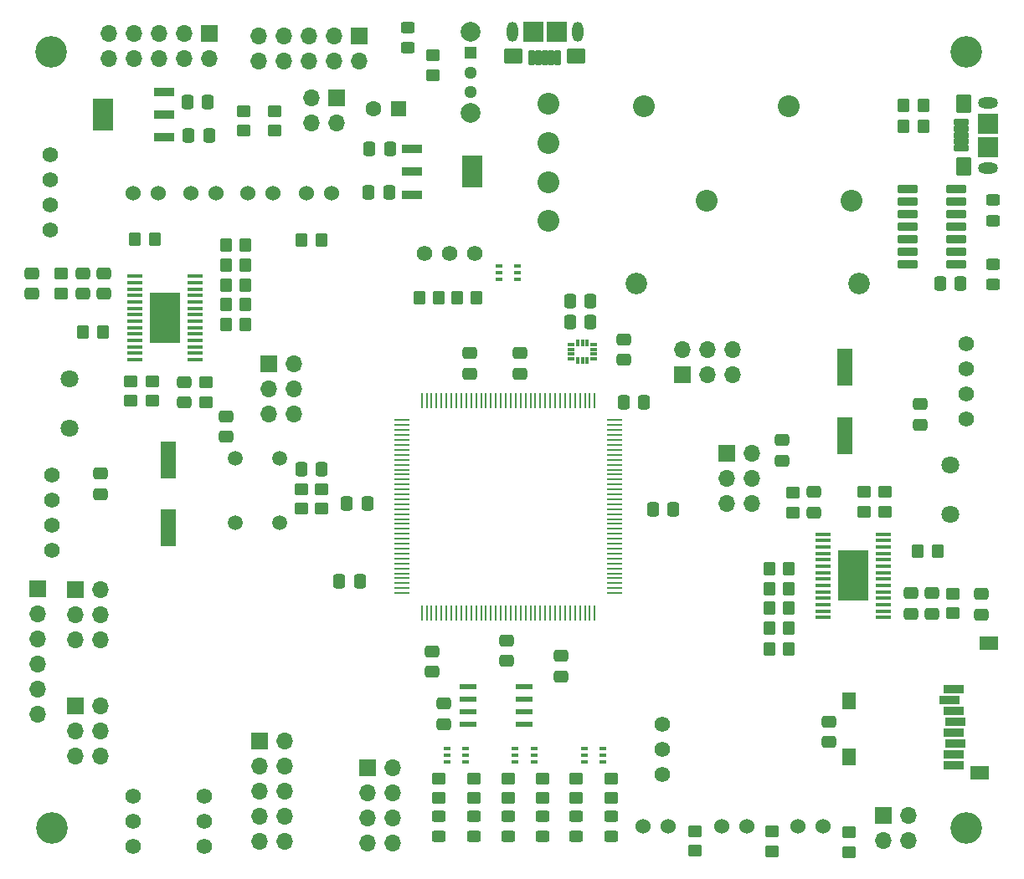
<source format=gbr>
%TF.GenerationSoftware,KiCad,Pcbnew,7.0.6*%
%TF.CreationDate,2023-11-25T10:56:24-07:00*%
%TF.ProjectId,MainBoard,4d61696e-426f-4617-9264-2e6b69636164,0.1*%
%TF.SameCoordinates,Original*%
%TF.FileFunction,Soldermask,Top*%
%TF.FilePolarity,Negative*%
%FSLAX46Y46*%
G04 Gerber Fmt 4.6, Leading zero omitted, Abs format (unit mm)*
G04 Created by KiCad (PCBNEW 7.0.6) date 2023-11-25 10:56:24*
%MOMM*%
%LPD*%
G01*
G04 APERTURE LIST*
G04 Aperture macros list*
%AMRoundRect*
0 Rectangle with rounded corners*
0 $1 Rounding radius*
0 $2 $3 $4 $5 $6 $7 $8 $9 X,Y pos of 4 corners*
0 Add a 4 corners polygon primitive as box body*
4,1,4,$2,$3,$4,$5,$6,$7,$8,$9,$2,$3,0*
0 Add four circle primitives for the rounded corners*
1,1,$1+$1,$2,$3*
1,1,$1+$1,$4,$5*
1,1,$1+$1,$6,$7*
1,1,$1+$1,$8,$9*
0 Add four rect primitives between the rounded corners*
20,1,$1+$1,$2,$3,$4,$5,0*
20,1,$1+$1,$4,$5,$6,$7,0*
20,1,$1+$1,$6,$7,$8,$9,0*
20,1,$1+$1,$8,$9,$2,$3,0*%
G04 Aperture macros list end*
%ADD10RoundRect,0.250000X0.450000X-0.325000X0.450000X0.325000X-0.450000X0.325000X-0.450000X-0.325000X0*%
%ADD11C,1.524000*%
%ADD12RoundRect,0.250000X-0.337500X-0.475000X0.337500X-0.475000X0.337500X0.475000X-0.337500X0.475000X0*%
%ADD13RoundRect,0.250000X-0.475000X0.337500X-0.475000X-0.337500X0.475000X-0.337500X0.475000X0.337500X0*%
%ADD14RoundRect,0.250000X0.450000X-0.350000X0.450000X0.350000X-0.450000X0.350000X-0.450000X-0.350000X0*%
%ADD15RoundRect,0.250000X0.337500X0.475000X-0.337500X0.475000X-0.337500X-0.475000X0.337500X-0.475000X0*%
%ADD16RoundRect,0.250000X0.475000X-0.337500X0.475000X0.337500X-0.475000X0.337500X-0.475000X-0.337500X0*%
%ADD17C,1.803400*%
%ADD18RoundRect,0.250000X-0.350000X-0.450000X0.350000X-0.450000X0.350000X0.450000X-0.350000X0.450000X0*%
%ADD19C,1.574800*%
%ADD20C,3.200000*%
%ADD21R,1.700000X1.700000*%
%ADD22O,1.700000X1.700000*%
%ADD23R,0.650000X0.400000*%
%ADD24RoundRect,0.250000X-0.450000X0.350000X-0.450000X-0.350000X0.450000X-0.350000X0.450000X0.350000X0*%
%ADD25RoundRect,0.250000X0.350000X0.450000X-0.350000X0.450000X-0.350000X-0.450000X0.350000X-0.450000X0*%
%ADD26R,1.599999X0.449999*%
%ADD27C,0.600000*%
%ADD28R,3.099999X5.180000*%
%ADD29RoundRect,0.192000X0.865000X0.210000X-0.865000X0.210000X-0.865000X-0.210000X0.865000X-0.210000X0*%
%ADD30R,1.295400X1.295400*%
%ADD31C,1.295400*%
%ADD32C,2.000000*%
%ADD33RoundRect,0.250000X-0.450000X0.325000X-0.450000X-0.325000X0.450000X-0.325000X0.450000X0.325000X0*%
%ADD34R,1.562100X0.279400*%
%ADD35R,0.279400X1.562100*%
%ADD36R,1.600200X3.810000*%
%ADD37R,2.066000X0.901600*%
%ADD38R,2.066000X3.201599*%
%ADD39R,1.663700X0.533400*%
%ADD40RoundRect,0.102000X0.675000X-0.200000X0.675000X0.200000X-0.675000X0.200000X-0.675000X-0.200000X0*%
%ADD41RoundRect,0.102000X0.700000X-0.800000X0.700000X0.800000X-0.700000X0.800000X-0.700000X-0.800000X0*%
%ADD42RoundRect,0.102000X0.950000X-0.950000X0.950000X0.950000X-0.950000X0.950000X-0.950000X-0.950000X0*%
%ADD43O,2.004000X1.104000*%
%ADD44R,0.635000X0.355600*%
%ADD45R,0.355600X0.635000*%
%ADD46C,1.507998*%
%ADD47C,2.209800*%
%ADD48R,1.600000X1.600000*%
%ADD49C,1.600000*%
%ADD50C,2.184000*%
%ADD51RoundRect,0.102000X0.200000X0.675000X-0.200000X0.675000X-0.200000X-0.675000X0.200000X-0.675000X0*%
%ADD52RoundRect,0.102000X0.800000X0.700000X-0.800000X0.700000X-0.800000X-0.700000X0.800000X-0.700000X0*%
%ADD53RoundRect,0.102000X0.950000X0.950000X-0.950000X0.950000X-0.950000X-0.950000X0.950000X-0.950000X0*%
%ADD54O,1.104000X2.004000*%
%ADD55R,1.397000X1.803400*%
%ADD56R,1.905000X1.397000*%
%ADD57R,2.006600X0.812800*%
G04 APERTURE END LIST*
D10*
%TO.C,D5*%
X215400000Y-165400000D03*
X215400000Y-163350000D03*
%TD*%
D11*
%TO.C,SW8*%
X189060000Y-100300000D03*
X191600000Y-100300000D03*
%TD*%
D12*
%TO.C,C18*%
X221662500Y-111200000D03*
X223737500Y-111200000D03*
%TD*%
D13*
%TO.C,C10*%
X207700000Y-146662500D03*
X207700000Y-148737500D03*
%TD*%
D14*
%TO.C,R29*%
X253500000Y-132500000D03*
X253500000Y-130500000D03*
%TD*%
D15*
%TO.C,C13*%
X203337500Y-100200000D03*
X201262500Y-100200000D03*
%TD*%
%TO.C,C3*%
X200400000Y-139550000D03*
X198325000Y-139550000D03*
%TD*%
D13*
%TO.C,C36*%
X208900000Y-151925000D03*
X208900000Y-154000000D03*
%TD*%
%TO.C,C28*%
X257050000Y-121612500D03*
X257050000Y-123687500D03*
%TD*%
D16*
%TO.C,C7*%
X216600000Y-118537500D03*
X216600000Y-116462500D03*
%TD*%
D17*
%TO.C,M2*%
X260100000Y-132750000D03*
X260100000Y-127750000D03*
%TD*%
D13*
%TO.C,C6*%
X211500000Y-116462500D03*
X211500000Y-118537500D03*
%TD*%
D18*
%TO.C,R33*%
X241800000Y-144300000D03*
X243800000Y-144300000D03*
%TD*%
D19*
%TO.C,U11*%
X169250000Y-136390000D03*
X169250000Y-133850000D03*
X169250000Y-131310000D03*
X169250000Y-128770000D03*
%TD*%
%TO.C,J15*%
X177450000Y-166350000D03*
X177450000Y-163810000D03*
X177450000Y-161270000D03*
%TD*%
D20*
%TO.C,H2*%
X261700000Y-86000000D03*
%TD*%
D19*
%TO.C,U12*%
X261750000Y-115530000D03*
X261750000Y-118070000D03*
X261750000Y-120610000D03*
X261750000Y-123150000D03*
%TD*%
D21*
%TO.C,J1*%
X167850000Y-140300000D03*
D22*
X167850000Y-142840000D03*
X167850000Y-145380000D03*
X167850000Y-147920000D03*
X167850000Y-150460000D03*
X167850000Y-153000000D03*
%TD*%
D13*
%TO.C,C32*%
X243100000Y-125262500D03*
X243100000Y-127337500D03*
%TD*%
D21*
%TO.C,J18*%
X253360000Y-163300000D03*
D22*
X255900000Y-163300000D03*
X253360000Y-165840000D03*
X255900000Y-165840000D03*
%TD*%
D23*
%TO.C,U6*%
X218000000Y-157800000D03*
X218000000Y-157150000D03*
X218000000Y-156500000D03*
X216100000Y-156500000D03*
X216100000Y-157150000D03*
X216100000Y-157800000D03*
%TD*%
D14*
%TO.C,R12*%
X242100128Y-166875000D03*
X242100128Y-164875000D03*
%TD*%
D19*
%TO.C,J14*%
X184673800Y-166390000D03*
X184673800Y-163850000D03*
X184673800Y-161310000D03*
%TD*%
D12*
%TO.C,C17*%
X221662500Y-113300000D03*
X223737500Y-113300000D03*
%TD*%
D19*
%TO.C,D8*%
X211990000Y-106376200D03*
X209450000Y-106376200D03*
X206910000Y-106376200D03*
%TD*%
D21*
%TO.C,J3*%
X200300000Y-84360000D03*
D22*
X200300000Y-86900000D03*
X197760000Y-84360000D03*
X197760000Y-86900000D03*
X195220000Y-84360000D03*
X195220000Y-86900000D03*
X192680000Y-84360000D03*
X192680000Y-86900000D03*
X190140000Y-84360000D03*
X190140000Y-86900000D03*
%TD*%
D13*
%TO.C,C31*%
X256131250Y-140762500D03*
X256131250Y-142837500D03*
%TD*%
D16*
%TO.C,C23*%
X174500000Y-110437500D03*
X174500000Y-108362500D03*
%TD*%
D24*
%TO.C,R28*%
X251400000Y-130500000D03*
X251400000Y-132500000D03*
%TD*%
D16*
%TO.C,C9*%
X215250000Y-147637500D03*
X215250000Y-145562500D03*
%TD*%
D25*
%TO.C,R40*%
X179650000Y-104950000D03*
X177650000Y-104950000D03*
%TD*%
D26*
%TO.C,U10*%
X177650001Y-108674999D03*
X177650001Y-109325000D03*
X177650001Y-109974999D03*
X177650001Y-110625000D03*
X177650001Y-111274998D03*
X177650001Y-111925000D03*
X177650001Y-112574998D03*
X177650001Y-113225000D03*
X177650001Y-113874998D03*
X177650001Y-114525000D03*
X177650001Y-115174998D03*
X177650001Y-115824999D03*
X177650001Y-116474998D03*
X177650001Y-117124999D03*
X183750002Y-117124999D03*
X183750002Y-116474998D03*
X183750002Y-115824999D03*
X183750002Y-115174998D03*
X183750002Y-114525000D03*
X183750002Y-113874998D03*
X183750002Y-113225000D03*
X183750002Y-112574998D03*
X183750002Y-111925000D03*
X183750002Y-111274998D03*
X183750002Y-110625000D03*
X183750002Y-109974999D03*
X183750002Y-109325000D03*
X183750002Y-108674999D03*
D27*
X179600000Y-111799999D03*
X179600000Y-112899999D03*
X179600000Y-113999999D03*
X179600000Y-115100000D03*
X179620000Y-110779999D03*
X180700000Y-110779999D03*
D28*
X180700000Y-112899999D03*
D27*
X180700000Y-115100000D03*
X180700003Y-111799999D03*
X180700003Y-112899999D03*
X180700003Y-113999999D03*
X181760000Y-110779999D03*
X181800000Y-111799999D03*
X181800000Y-112899999D03*
X181800000Y-113999999D03*
X181800000Y-115100000D03*
%TD*%
D24*
%TO.C,R5*%
X208400000Y-159500000D03*
X208400000Y-161500000D03*
%TD*%
D21*
%TO.C,J21*%
X233010000Y-118650000D03*
D22*
X233010000Y-116110000D03*
X235550000Y-118650000D03*
X235550000Y-116110000D03*
X238090000Y-118650000D03*
X238090000Y-116110000D03*
%TD*%
D10*
%TO.C,D2*%
X211900000Y-165400000D03*
X211900000Y-163350000D03*
%TD*%
D18*
%TO.C,R26*%
X172400000Y-114350000D03*
X174400000Y-114350000D03*
%TD*%
D29*
%TO.C,U9*%
X260700000Y-107470000D03*
X260700000Y-106200000D03*
X260700000Y-104930000D03*
X260700000Y-103660000D03*
X260700000Y-102390000D03*
X260700000Y-101120000D03*
X260700000Y-99850000D03*
X255780000Y-99850000D03*
X255780000Y-101120000D03*
X255780000Y-102390000D03*
X255780000Y-103660000D03*
X255780000Y-104930000D03*
X255780000Y-106200000D03*
X255780000Y-107470000D03*
%TD*%
D16*
%TO.C,C8*%
X220700000Y-149168750D03*
X220700000Y-147093750D03*
%TD*%
D24*
%TO.C,R35*%
X260331250Y-140800000D03*
X260331250Y-142800000D03*
%TD*%
D25*
%TO.C,R22*%
X188850000Y-109550000D03*
X186850000Y-109550000D03*
%TD*%
D21*
%TO.C,J19*%
X237510000Y-126560000D03*
D22*
X240050000Y-126560000D03*
X237510000Y-129100000D03*
X240050000Y-129100000D03*
X237510000Y-131640000D03*
X240050000Y-131640000D03*
%TD*%
D30*
%TO.C,SW2*%
X211550000Y-86049999D03*
D31*
X211550000Y-88050000D03*
X211550000Y-90050001D03*
D32*
X211550000Y-83949999D03*
X211550000Y-92150000D03*
%TD*%
D10*
%TO.C,D3*%
X208400000Y-165400000D03*
X208400000Y-163350000D03*
%TD*%
D24*
%TO.C,R6*%
X218900000Y-159500000D03*
X218900000Y-161500000D03*
%TD*%
D26*
%TO.C,U13*%
X253349999Y-143224999D03*
X253349999Y-142574998D03*
X253349999Y-141924999D03*
X253349999Y-141274998D03*
X253349999Y-140625000D03*
X253349999Y-139974998D03*
X253349999Y-139325000D03*
X253349999Y-138674998D03*
X253349999Y-138025000D03*
X253349999Y-137374998D03*
X253349999Y-136725000D03*
X253349999Y-136074999D03*
X253349999Y-135425000D03*
X253349999Y-134774999D03*
X247249998Y-134774999D03*
X247249998Y-135425000D03*
X247249998Y-136074999D03*
X247249998Y-136725000D03*
X247249998Y-137374998D03*
X247249998Y-138025000D03*
X247249998Y-138674998D03*
X247249998Y-139325000D03*
X247249998Y-139974998D03*
X247249998Y-140625000D03*
X247249998Y-141274998D03*
X247249998Y-141924999D03*
X247249998Y-142574998D03*
X247249998Y-143224999D03*
D27*
X251400000Y-140099999D03*
X251400000Y-138999999D03*
X251400000Y-137899999D03*
X251400000Y-136799998D03*
X251380000Y-141119999D03*
X250300000Y-141119999D03*
D28*
X250300000Y-138999999D03*
D27*
X250300000Y-136799998D03*
X250299997Y-140099999D03*
X250299997Y-138999999D03*
X250299997Y-137899999D03*
X249240000Y-141119999D03*
X249200000Y-140099999D03*
X249200000Y-138999999D03*
X249200000Y-137899999D03*
X249200000Y-136799998D03*
%TD*%
D33*
%TO.C,D1*%
X205200000Y-83475000D03*
X205200000Y-85525000D03*
%TD*%
D16*
%TO.C,C29*%
X263200000Y-142937500D03*
X263200000Y-140862500D03*
%TD*%
D23*
%TO.C,U7*%
X225000000Y-157800000D03*
X225000000Y-157150000D03*
X225000000Y-156500000D03*
X223100000Y-156500000D03*
X223100000Y-157150000D03*
X223100000Y-157800000D03*
%TD*%
D18*
%TO.C,R30*%
X241800000Y-138300000D03*
X243800000Y-138300000D03*
%TD*%
D24*
%TO.C,R1*%
X194500000Y-130200000D03*
X194500000Y-132200000D03*
%TD*%
D14*
%TO.C,R25*%
X170200000Y-110400000D03*
X170200000Y-108400000D03*
%TD*%
D21*
%TO.C,J20*%
X171610000Y-140370000D03*
D22*
X174150000Y-140370000D03*
X171610000Y-142910000D03*
X174150000Y-142910000D03*
X171610000Y-145450000D03*
X174150000Y-145450000D03*
%TD*%
D21*
%TO.C,J8*%
X201160000Y-158430000D03*
D22*
X203700000Y-158430000D03*
X201160000Y-160970000D03*
X203700000Y-160970000D03*
X201160000Y-163510000D03*
X203700000Y-163510000D03*
X201160000Y-166050000D03*
X203700000Y-166050000D03*
%TD*%
D21*
%TO.C,J2*%
X185140000Y-84060000D03*
D22*
X185140000Y-86600000D03*
X182600000Y-84060000D03*
X182600000Y-86600000D03*
X180060000Y-84060000D03*
X180060000Y-86600000D03*
X177520000Y-84060000D03*
X177520000Y-86600000D03*
X174980000Y-84060000D03*
X174980000Y-86600000D03*
%TD*%
D18*
%TO.C,R32*%
X241800000Y-142300000D03*
X243800000Y-142300000D03*
%TD*%
%TO.C,R16*%
X255400000Y-93500000D03*
X257400000Y-93500000D03*
%TD*%
D24*
%TO.C,R7*%
X215400000Y-159500000D03*
X215400000Y-161500000D03*
%TD*%
D21*
%TO.C,J23*%
X171660000Y-152150000D03*
D22*
X174200000Y-152150000D03*
X171660000Y-154690000D03*
X174200000Y-154690000D03*
X171660000Y-157230000D03*
X174200000Y-157230000D03*
%TD*%
D33*
%TO.C,D10*%
X264400000Y-107475000D03*
X264400000Y-109525000D03*
%TD*%
D11*
%TO.C,SW6*%
X231610128Y-164351200D03*
X229070128Y-164351200D03*
%TD*%
D34*
%TO.C,U1*%
X204624050Y-123250000D03*
X204624050Y-123749999D03*
X204624050Y-124250000D03*
X204624050Y-124749999D03*
X204624050Y-125250001D03*
X204624050Y-125750000D03*
X204624050Y-126249999D03*
X204624050Y-126750000D03*
X204624050Y-127249999D03*
X204624050Y-127750001D03*
X204624050Y-128250000D03*
X204624050Y-128749999D03*
X204624050Y-129250000D03*
X204624050Y-129749999D03*
X204624050Y-130250001D03*
X204624050Y-130750000D03*
X204624050Y-131249999D03*
X204624050Y-131750000D03*
X204624050Y-132250000D03*
X204624050Y-132749998D03*
X204624050Y-133250000D03*
X204624050Y-133749999D03*
X204624050Y-134250001D03*
X204624050Y-134750000D03*
X204624050Y-135249999D03*
X204624050Y-135750000D03*
X204624050Y-136249999D03*
X204624050Y-136750001D03*
X204624050Y-137250000D03*
X204624050Y-137749999D03*
X204624050Y-138250000D03*
X204624050Y-138749999D03*
X204624050Y-139250001D03*
X204624050Y-139750000D03*
X204624050Y-140249999D03*
X204624050Y-140750000D03*
D35*
X206650000Y-142775950D03*
X207149999Y-142775950D03*
X207650000Y-142775950D03*
X208149999Y-142775950D03*
X208650001Y-142775950D03*
X209150000Y-142775950D03*
X209649999Y-142775950D03*
X210150000Y-142775950D03*
X210649999Y-142775950D03*
X211150001Y-142775950D03*
X211650000Y-142775950D03*
X212149999Y-142775950D03*
X212650000Y-142775950D03*
X213149999Y-142775950D03*
X213650001Y-142775950D03*
X214150000Y-142775950D03*
X214649999Y-142775950D03*
X215150000Y-142775950D03*
X215650000Y-142775950D03*
X216150001Y-142775950D03*
X216650000Y-142775950D03*
X217149999Y-142775950D03*
X217650001Y-142775950D03*
X218150000Y-142775950D03*
X218650001Y-142775950D03*
X219150000Y-142775950D03*
X219649999Y-142775950D03*
X220150001Y-142775950D03*
X220650000Y-142775950D03*
X221150001Y-142775950D03*
X221650000Y-142775950D03*
X222149999Y-142775950D03*
X222650001Y-142775950D03*
X223150000Y-142775950D03*
X223650001Y-142775950D03*
X224150000Y-142775950D03*
D34*
X226175950Y-140750000D03*
X226175950Y-140250001D03*
X226175950Y-139750000D03*
X226175950Y-139250001D03*
X226175950Y-138749999D03*
X226175950Y-138250000D03*
X226175950Y-137750001D03*
X226175950Y-137250000D03*
X226175950Y-136750001D03*
X226175950Y-136249999D03*
X226175950Y-135750000D03*
X226175950Y-135250001D03*
X226175950Y-134750000D03*
X226175950Y-134250001D03*
X226175950Y-133749999D03*
X226175950Y-133250000D03*
X226175950Y-132750001D03*
X226175950Y-132250000D03*
X226175950Y-131750000D03*
X226175950Y-131249999D03*
X226175950Y-130750000D03*
X226175950Y-130250001D03*
X226175950Y-129749999D03*
X226175950Y-129250000D03*
X226175950Y-128749999D03*
X226175950Y-128250000D03*
X226175950Y-127750001D03*
X226175950Y-127249999D03*
X226175950Y-126750000D03*
X226175950Y-126249999D03*
X226175950Y-125750000D03*
X226175950Y-125250001D03*
X226175950Y-124749999D03*
X226175950Y-124250000D03*
X226175950Y-123749999D03*
X226175950Y-123250000D03*
D35*
X224150000Y-121224050D03*
X223650001Y-121224050D03*
X223150000Y-121224050D03*
X222650001Y-121224050D03*
X222149999Y-121224050D03*
X221650000Y-121224050D03*
X221150001Y-121224050D03*
X220650000Y-121224050D03*
X220150001Y-121224050D03*
X219649999Y-121224050D03*
X219150000Y-121224050D03*
X218650001Y-121224050D03*
X218150000Y-121224050D03*
X217650001Y-121224050D03*
X217149999Y-121224050D03*
X216650000Y-121224050D03*
X216150001Y-121224050D03*
X215650000Y-121224050D03*
X215150000Y-121224050D03*
X214649999Y-121224050D03*
X214150000Y-121224050D03*
X213650001Y-121224050D03*
X213149999Y-121224050D03*
X212650000Y-121224050D03*
X212149999Y-121224050D03*
X211650000Y-121224050D03*
X211150001Y-121224050D03*
X210649999Y-121224050D03*
X210150000Y-121224050D03*
X209649999Y-121224050D03*
X209150000Y-121224050D03*
X208650001Y-121224050D03*
X208149999Y-121224050D03*
X207650000Y-121224050D03*
X207149999Y-121224050D03*
X206650000Y-121224050D03*
%TD*%
D18*
%TO.C,R31*%
X241800000Y-140300000D03*
X243800000Y-140300000D03*
%TD*%
D24*
%TO.C,R17*%
X184800000Y-119400000D03*
X184800000Y-121400000D03*
%TD*%
D23*
%TO.C,U5*%
X211100000Y-157800000D03*
X211100000Y-157150000D03*
X211100000Y-156500000D03*
X209200000Y-156500000D03*
X209200000Y-157150000D03*
X209200000Y-157800000D03*
%TD*%
D13*
%TO.C,C16*%
X227100000Y-115062500D03*
X227100000Y-117137500D03*
%TD*%
D36*
%TO.C,C33*%
X249400000Y-124800000D03*
X249400000Y-117891200D03*
%TD*%
D25*
%TO.C,R37*%
X196500000Y-105000000D03*
X194500000Y-105000000D03*
%TD*%
D37*
%TO.C,U2*%
X205624200Y-95800000D03*
X205624200Y-98100000D03*
X205624200Y-100400000D03*
D38*
X211775800Y-98100000D03*
%TD*%
D39*
%TO.C,U15*%
X217025750Y-154005000D03*
X217025750Y-152735000D03*
X217025750Y-151465000D03*
X217025750Y-150195000D03*
X211374250Y-150195000D03*
X211374250Y-151465000D03*
X211374250Y-152735000D03*
X211374250Y-154005000D03*
%TD*%
D40*
%TO.C,J9*%
X261225000Y-95700000D03*
X261225000Y-95050000D03*
X261225000Y-94400000D03*
X261225000Y-93750000D03*
X261225000Y-93100000D03*
D41*
X261450000Y-97600000D03*
X261450000Y-91200000D03*
D42*
X263900000Y-93200000D03*
X263900000Y-95600000D03*
D43*
X263900000Y-97700000D03*
X263900000Y-91100000D03*
%TD*%
D44*
%TO.C,U4*%
X224030299Y-117061001D03*
X224030299Y-116561000D03*
X224030299Y-116061000D03*
X224030299Y-115560999D03*
D45*
X223399998Y-115422000D03*
X222899999Y-115422000D03*
X222400000Y-115422000D03*
D44*
X221769699Y-115560999D03*
X221769699Y-116061000D03*
X221769699Y-116561000D03*
X221769699Y-117061001D03*
D45*
X222400000Y-117200000D03*
X222899999Y-117200000D03*
X223399998Y-117200000D03*
%TD*%
D15*
%TO.C,C4*%
X201137500Y-131650000D03*
X199062500Y-131650000D03*
%TD*%
D14*
%TO.C,R39*%
X188650000Y-93950000D03*
X188650000Y-91950000D03*
%TD*%
%TO.C,R13*%
X249840128Y-166975000D03*
X249840128Y-164975000D03*
%TD*%
%TO.C,R38*%
X191800000Y-93950000D03*
X191800000Y-91950000D03*
%TD*%
D25*
%TO.C,R36*%
X258800000Y-136500000D03*
X256800000Y-136500000D03*
%TD*%
D16*
%TO.C,C22*%
X172400000Y-110437500D03*
X172400000Y-108362500D03*
%TD*%
D10*
%TO.C,D4*%
X218900000Y-165400000D03*
X218900000Y-163350000D03*
%TD*%
D11*
%TO.C,SW10*%
X177510000Y-100300000D03*
X180050000Y-100300000D03*
%TD*%
%TO.C,SW4*%
X239490128Y-164375000D03*
X236950128Y-164375000D03*
%TD*%
%TO.C,SW5*%
X247230128Y-164375000D03*
X244690128Y-164375000D03*
%TD*%
D14*
%TO.C,R14*%
X234310128Y-166851200D03*
X234310128Y-164851200D03*
%TD*%
D13*
%TO.C,C20*%
X182600000Y-119362500D03*
X182600000Y-121437500D03*
%TD*%
D46*
%TO.C,SW1*%
X192300001Y-127099998D03*
X192300001Y-133600000D03*
X187800000Y-127099998D03*
X187800000Y-133600000D03*
%TD*%
D14*
%TO.C,R3*%
X207800000Y-88300000D03*
X207800000Y-86300000D03*
%TD*%
D16*
%TO.C,C24*%
X186900000Y-124937500D03*
X186900000Y-122862500D03*
%TD*%
D25*
%TO.C,R20*%
X188850000Y-113550000D03*
X186850000Y-113550000D03*
%TD*%
D15*
%TO.C,C5*%
X229137500Y-121400000D03*
X227062500Y-121400000D03*
%TD*%
D14*
%TO.C,R27*%
X244200000Y-132600000D03*
X244200000Y-130600000D03*
%TD*%
D23*
%TO.C,U8*%
X214450000Y-107650000D03*
X214450000Y-108300000D03*
X214450000Y-108950000D03*
X216350000Y-108950000D03*
X216350000Y-108300000D03*
X216350000Y-107650000D03*
%TD*%
D47*
%TO.C,SW3*%
X219500000Y-103087200D03*
X219500000Y-99124800D03*
X219500000Y-95162400D03*
X219500000Y-91200000D03*
%TD*%
D14*
%TO.C,R18*%
X179400000Y-121300000D03*
X179400000Y-119300000D03*
%TD*%
D10*
%TO.C,D6*%
X225800000Y-165400000D03*
X225800000Y-163350000D03*
%TD*%
D12*
%TO.C,C1*%
X194462500Y-128200000D03*
X196537500Y-128200000D03*
%TD*%
D48*
%TO.C,C15*%
X204305113Y-91700000D03*
D49*
X201805113Y-91700000D03*
%TD*%
D12*
%TO.C,C14*%
X182962500Y-91000000D03*
X185037500Y-91000000D03*
%TD*%
D10*
%TO.C,D7*%
X222300000Y-165400000D03*
X222300000Y-163350000D03*
%TD*%
D24*
%TO.C,R4*%
X211900000Y-159500000D03*
X211900000Y-161500000D03*
%TD*%
D18*
%TO.C,R11*%
X206410000Y-110876200D03*
X208410000Y-110876200D03*
%TD*%
D16*
%TO.C,C30*%
X258231250Y-142837500D03*
X258231250Y-140762500D03*
%TD*%
D14*
%TO.C,R2*%
X196500000Y-132200000D03*
X196500000Y-130200000D03*
%TD*%
D37*
%TO.C,U3*%
X180575800Y-94628500D03*
X180575800Y-92328500D03*
X180575800Y-90028500D03*
D38*
X174424200Y-92328500D03*
%TD*%
D12*
%TO.C,C12*%
X183062500Y-94400000D03*
X185137500Y-94400000D03*
%TD*%
D50*
%TO.C,F1*%
X228350000Y-109400000D03*
X250850000Y-109400000D03*
%TD*%
D18*
%TO.C,R34*%
X241800000Y-146400000D03*
X243800000Y-146400000D03*
%TD*%
D24*
%TO.C,R8*%
X225800000Y-159500000D03*
X225800000Y-161500000D03*
%TD*%
D19*
%TO.C,J13*%
X230973800Y-159140000D03*
X230973800Y-156600000D03*
X230973800Y-154060000D03*
%TD*%
D17*
%TO.C,M1*%
X171000000Y-119050000D03*
X171000000Y-124050000D03*
%TD*%
D11*
%TO.C,SW9*%
X183310000Y-100300000D03*
X185850000Y-100300000D03*
%TD*%
D16*
%TO.C,C35*%
X247800000Y-155837500D03*
X247800000Y-153762500D03*
%TD*%
D15*
%TO.C,C19*%
X261137500Y-109400000D03*
X259062500Y-109400000D03*
%TD*%
D47*
%TO.C,J6*%
X235500000Y-101000000D03*
X229150000Y-91500001D03*
%TD*%
D11*
%TO.C,SW7*%
X195000000Y-100300000D03*
X197540000Y-100300000D03*
%TD*%
D16*
%TO.C,C27*%
X174150000Y-130707500D03*
X174150000Y-128632500D03*
%TD*%
D18*
%TO.C,R15*%
X255400000Y-91400000D03*
X257400000Y-91400000D03*
%TD*%
D13*
%TO.C,C21*%
X167200000Y-108362500D03*
X167200000Y-110437500D03*
%TD*%
D25*
%TO.C,R10*%
X212210000Y-110876200D03*
X210210000Y-110876200D03*
%TD*%
D10*
%TO.C,D9*%
X264400000Y-103025000D03*
X264400000Y-100975000D03*
%TD*%
D51*
%TO.C,J4*%
X220400000Y-86575000D03*
X219750000Y-86575000D03*
X219100000Y-86575000D03*
X218450000Y-86575000D03*
X217800000Y-86575000D03*
D52*
X222300000Y-86350000D03*
X215900000Y-86350000D03*
D53*
X217900000Y-83900000D03*
X220300000Y-83900000D03*
D54*
X222400000Y-83900000D03*
X215800000Y-83900000D03*
%TD*%
D25*
%TO.C,R23*%
X188850000Y-107550000D03*
X186850000Y-107550000D03*
%TD*%
D19*
%TO.C,J24*%
X169100000Y-104000000D03*
X169100000Y-101460000D03*
X169100000Y-98920000D03*
X169100000Y-96380000D03*
%TD*%
D15*
%TO.C,C2*%
X232087500Y-132250000D03*
X230012500Y-132250000D03*
%TD*%
D25*
%TO.C,R24*%
X188850000Y-105550000D03*
X186850000Y-105550000D03*
%TD*%
D24*
%TO.C,R9*%
X222300000Y-159500000D03*
X222300000Y-161500000D03*
%TD*%
D25*
%TO.C,R21*%
X188850000Y-111550000D03*
X186850000Y-111550000D03*
%TD*%
D24*
%TO.C,R19*%
X177200000Y-119300000D03*
X177200000Y-121300000D03*
%TD*%
D21*
%TO.C,J7*%
X190250000Y-155740000D03*
D22*
X192790000Y-155740000D03*
X190250000Y-158280000D03*
X192790000Y-158280000D03*
X190250000Y-160820000D03*
X192790000Y-160820000D03*
X190250000Y-163360000D03*
X192790000Y-163360000D03*
X190250000Y-165900000D03*
X192790000Y-165900000D03*
%TD*%
D20*
%TO.C,H4*%
X261700000Y-164500000D03*
%TD*%
D36*
%TO.C,C25*%
X181000000Y-127240900D03*
X181000000Y-134149700D03*
%TD*%
D55*
%TO.C,J17*%
X249878399Y-157350000D03*
X249878399Y-151649999D03*
D56*
X263028401Y-158950000D03*
X264028401Y-145799998D03*
D57*
X260428401Y-150459999D03*
X260028402Y-151560073D03*
X260428401Y-152659999D03*
X260628401Y-153760000D03*
X260428401Y-154860000D03*
X260628401Y-155960000D03*
X260428401Y-157060001D03*
X260428401Y-158160001D03*
%TD*%
D20*
%TO.C,H1*%
X169200000Y-86000000D03*
%TD*%
D15*
%TO.C,C11*%
X203437500Y-95800000D03*
X201362500Y-95800000D03*
%TD*%
D21*
%TO.C,J16*%
X191210000Y-117510000D03*
D22*
X193750000Y-117510000D03*
X191210000Y-120050000D03*
X193750000Y-120050000D03*
X191210000Y-122590000D03*
X193750000Y-122590000D03*
%TD*%
D20*
%TO.C,H3*%
X169300000Y-164500000D03*
%TD*%
D16*
%TO.C,C26*%
X246300000Y-132600000D03*
X246300000Y-130525000D03*
%TD*%
D47*
%TO.C,J5*%
X250100000Y-100999999D03*
X243750000Y-91500000D03*
%TD*%
D21*
%TO.C,J22*%
X198050000Y-90650000D03*
D22*
X198050000Y-93190000D03*
X195510000Y-90650000D03*
X195510000Y-93190000D03*
%TD*%
M02*

</source>
